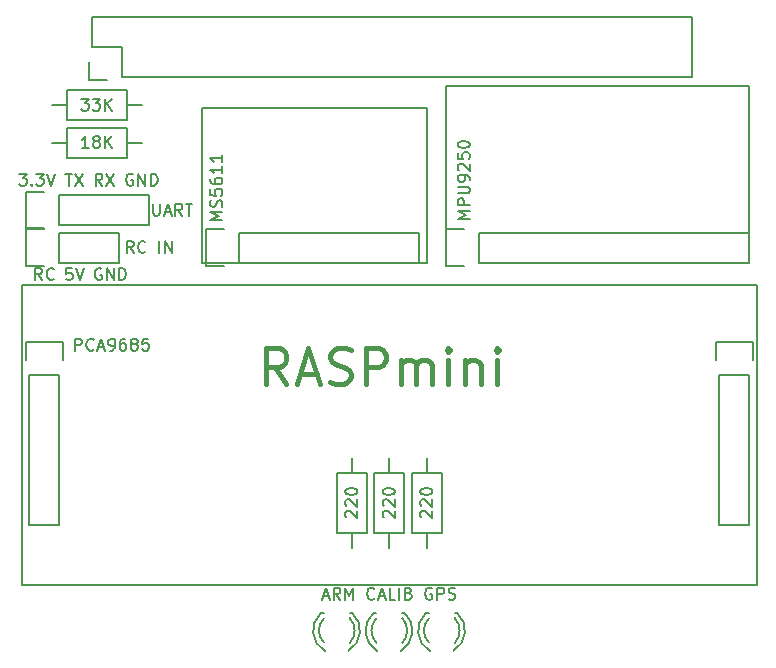
<source format=gto>
G04 #@! TF.FileFunction,Legend,Top*
%FSLAX46Y46*%
G04 Gerber Fmt 4.6, Leading zero omitted, Abs format (unit mm)*
G04 Created by KiCad (PCBNEW 4.0.4-stable) date 10/20/16 10:06:23*
%MOMM*%
%LPD*%
G01*
G04 APERTURE LIST*
%ADD10C,0.100000*%
%ADD11C,0.400000*%
%ADD12C,0.150000*%
G04 APERTURE END LIST*
D10*
D11*
X134803571Y-67397143D02*
X133803571Y-65968571D01*
X133089286Y-67397143D02*
X133089286Y-64397143D01*
X134232143Y-64397143D01*
X134517857Y-64540000D01*
X134660714Y-64682857D01*
X134803571Y-64968571D01*
X134803571Y-65397143D01*
X134660714Y-65682857D01*
X134517857Y-65825714D01*
X134232143Y-65968571D01*
X133089286Y-65968571D01*
X135946429Y-66540000D02*
X137375000Y-66540000D01*
X135660714Y-67397143D02*
X136660714Y-64397143D01*
X137660714Y-67397143D01*
X138517858Y-67254286D02*
X138946429Y-67397143D01*
X139660715Y-67397143D01*
X139946429Y-67254286D01*
X140089286Y-67111429D01*
X140232143Y-66825714D01*
X140232143Y-66540000D01*
X140089286Y-66254286D01*
X139946429Y-66111429D01*
X139660715Y-65968571D01*
X139089286Y-65825714D01*
X138803572Y-65682857D01*
X138660715Y-65540000D01*
X138517858Y-65254286D01*
X138517858Y-64968571D01*
X138660715Y-64682857D01*
X138803572Y-64540000D01*
X139089286Y-64397143D01*
X139803572Y-64397143D01*
X140232143Y-64540000D01*
X141517858Y-67397143D02*
X141517858Y-64397143D01*
X142660715Y-64397143D01*
X142946429Y-64540000D01*
X143089286Y-64682857D01*
X143232143Y-64968571D01*
X143232143Y-65397143D01*
X143089286Y-65682857D01*
X142946429Y-65825714D01*
X142660715Y-65968571D01*
X141517858Y-65968571D01*
X144517858Y-67397143D02*
X144517858Y-65397143D01*
X144517858Y-65682857D02*
X144660715Y-65540000D01*
X144946429Y-65397143D01*
X145375001Y-65397143D01*
X145660715Y-65540000D01*
X145803572Y-65825714D01*
X145803572Y-67397143D01*
X145803572Y-65825714D02*
X145946429Y-65540000D01*
X146232143Y-65397143D01*
X146660715Y-65397143D01*
X146946429Y-65540000D01*
X147089286Y-65825714D01*
X147089286Y-67397143D01*
X148517858Y-67397143D02*
X148517858Y-65397143D01*
X148517858Y-64397143D02*
X148375001Y-64540000D01*
X148517858Y-64682857D01*
X148660715Y-64540000D01*
X148517858Y-64397143D01*
X148517858Y-64682857D01*
X149946429Y-65397143D02*
X149946429Y-67397143D01*
X149946429Y-65682857D02*
X150089286Y-65540000D01*
X150375000Y-65397143D01*
X150803572Y-65397143D01*
X151089286Y-65540000D01*
X151232143Y-65825714D01*
X151232143Y-67397143D01*
X152660715Y-67397143D02*
X152660715Y-65397143D01*
X152660715Y-64397143D02*
X152517858Y-64540000D01*
X152660715Y-64682857D01*
X152803572Y-64540000D01*
X152660715Y-64397143D01*
X152660715Y-64682857D01*
D12*
X114109524Y-58618381D02*
X113776190Y-58142190D01*
X113538095Y-58618381D02*
X113538095Y-57618381D01*
X113919048Y-57618381D01*
X114014286Y-57666000D01*
X114061905Y-57713619D01*
X114109524Y-57808857D01*
X114109524Y-57951714D01*
X114061905Y-58046952D01*
X114014286Y-58094571D01*
X113919048Y-58142190D01*
X113538095Y-58142190D01*
X115109524Y-58523143D02*
X115061905Y-58570762D01*
X114919048Y-58618381D01*
X114823810Y-58618381D01*
X114680952Y-58570762D01*
X114585714Y-58475524D01*
X114538095Y-58380286D01*
X114490476Y-58189810D01*
X114490476Y-58046952D01*
X114538095Y-57856476D01*
X114585714Y-57761238D01*
X114680952Y-57666000D01*
X114823810Y-57618381D01*
X114919048Y-57618381D01*
X115061905Y-57666000D01*
X115109524Y-57713619D01*
X116649524Y-57618381D02*
X116173333Y-57618381D01*
X116125714Y-58094571D01*
X116173333Y-58046952D01*
X116268571Y-57999333D01*
X116506667Y-57999333D01*
X116601905Y-58046952D01*
X116649524Y-58094571D01*
X116697143Y-58189810D01*
X116697143Y-58427905D01*
X116649524Y-58523143D01*
X116601905Y-58570762D01*
X116506667Y-58618381D01*
X116268571Y-58618381D01*
X116173333Y-58570762D01*
X116125714Y-58523143D01*
X116982857Y-57618381D02*
X117316190Y-58618381D01*
X117649524Y-57618381D01*
X119126096Y-57666000D02*
X119030858Y-57618381D01*
X118888001Y-57618381D01*
X118745143Y-57666000D01*
X118649905Y-57761238D01*
X118602286Y-57856476D01*
X118554667Y-58046952D01*
X118554667Y-58189810D01*
X118602286Y-58380286D01*
X118649905Y-58475524D01*
X118745143Y-58570762D01*
X118888001Y-58618381D01*
X118983239Y-58618381D01*
X119126096Y-58570762D01*
X119173715Y-58523143D01*
X119173715Y-58189810D01*
X118983239Y-58189810D01*
X119602286Y-58618381D02*
X119602286Y-57618381D01*
X120173715Y-58618381D01*
X120173715Y-57618381D01*
X120649905Y-58618381D02*
X120649905Y-57618381D01*
X120888000Y-57618381D01*
X121030858Y-57666000D01*
X121126096Y-57761238D01*
X121173715Y-57856476D01*
X121221334Y-58046952D01*
X121221334Y-58189810D01*
X121173715Y-58380286D01*
X121126096Y-58475524D01*
X121030858Y-58570762D01*
X120888000Y-58618381D01*
X120649905Y-58618381D01*
X121793096Y-49665000D02*
X121697858Y-49617381D01*
X121555001Y-49617381D01*
X121412143Y-49665000D01*
X121316905Y-49760238D01*
X121269286Y-49855476D01*
X121221667Y-50045952D01*
X121221667Y-50188810D01*
X121269286Y-50379286D01*
X121316905Y-50474524D01*
X121412143Y-50569762D01*
X121555001Y-50617381D01*
X121650239Y-50617381D01*
X121793096Y-50569762D01*
X121840715Y-50522143D01*
X121840715Y-50188810D01*
X121650239Y-50188810D01*
X122269286Y-50617381D02*
X122269286Y-49617381D01*
X122840715Y-50617381D01*
X122840715Y-49617381D01*
X123316905Y-50617381D02*
X123316905Y-49617381D01*
X123555000Y-49617381D01*
X123697858Y-49665000D01*
X123793096Y-49760238D01*
X123840715Y-49855476D01*
X123888334Y-50045952D01*
X123888334Y-50188810D01*
X123840715Y-50379286D01*
X123793096Y-50474524D01*
X123697858Y-50569762D01*
X123555000Y-50617381D01*
X123316905Y-50617381D01*
X119213334Y-50617381D02*
X118880000Y-50141190D01*
X118641905Y-50617381D02*
X118641905Y-49617381D01*
X119022858Y-49617381D01*
X119118096Y-49665000D01*
X119165715Y-49712619D01*
X119213334Y-49807857D01*
X119213334Y-49950714D01*
X119165715Y-50045952D01*
X119118096Y-50093571D01*
X119022858Y-50141190D01*
X118641905Y-50141190D01*
X119546667Y-49617381D02*
X120213334Y-50617381D01*
X120213334Y-49617381D02*
X119546667Y-50617381D01*
X116078095Y-49617381D02*
X116649524Y-49617381D01*
X116363809Y-50617381D02*
X116363809Y-49617381D01*
X116887619Y-49617381D02*
X117554286Y-50617381D01*
X117554286Y-49617381D02*
X116887619Y-50617381D01*
X112188810Y-49617381D02*
X112807858Y-49617381D01*
X112474524Y-49998333D01*
X112617382Y-49998333D01*
X112712620Y-50045952D01*
X112760239Y-50093571D01*
X112807858Y-50188810D01*
X112807858Y-50426905D01*
X112760239Y-50522143D01*
X112712620Y-50569762D01*
X112617382Y-50617381D01*
X112331667Y-50617381D01*
X112236429Y-50569762D01*
X112188810Y-50522143D01*
X113236429Y-50522143D02*
X113284048Y-50569762D01*
X113236429Y-50617381D01*
X113188810Y-50569762D01*
X113236429Y-50522143D01*
X113236429Y-50617381D01*
X113617381Y-49617381D02*
X114236429Y-49617381D01*
X113903095Y-49998333D01*
X114045953Y-49998333D01*
X114141191Y-50045952D01*
X114188810Y-50093571D01*
X114236429Y-50188810D01*
X114236429Y-50426905D01*
X114188810Y-50522143D01*
X114141191Y-50569762D01*
X114045953Y-50617381D01*
X113760238Y-50617381D01*
X113665000Y-50569762D01*
X113617381Y-50522143D01*
X114522143Y-49617381D02*
X114855476Y-50617381D01*
X115188810Y-49617381D01*
X169164000Y-36322000D02*
X118364000Y-36322000D01*
X120904000Y-41402000D02*
X169164000Y-41402000D01*
X169164000Y-36322000D02*
X169164000Y-41402000D01*
X118364000Y-36322000D02*
X118364000Y-38862000D01*
X118084000Y-40132000D02*
X118084000Y-41682000D01*
X118364000Y-38862000D02*
X120904000Y-38862000D01*
X120904000Y-38862000D02*
X120904000Y-41402000D01*
X118084000Y-41682000D02*
X119634000Y-41682000D01*
X139065000Y-80010000D02*
X139065000Y-74930000D01*
X139065000Y-74930000D02*
X141605000Y-74930000D01*
X141605000Y-74930000D02*
X141605000Y-80010000D01*
X141605000Y-80010000D02*
X139065000Y-80010000D01*
X140335000Y-80010000D02*
X140335000Y-81280000D01*
X140335000Y-74930000D02*
X140335000Y-73660000D01*
X115570000Y-53975000D02*
X123190000Y-53975000D01*
X115570000Y-51435000D02*
X123190000Y-51435000D01*
X112750000Y-51155000D02*
X114300000Y-51155000D01*
X123190000Y-53975000D02*
X123190000Y-51435000D01*
X115570000Y-51435000D02*
X115570000Y-53975000D01*
X114300000Y-54255000D02*
X112750000Y-54255000D01*
X112750000Y-54255000D02*
X112750000Y-51155000D01*
X115570000Y-57150000D02*
X120650000Y-57150000D01*
X120650000Y-57150000D02*
X120650000Y-54610000D01*
X120650000Y-54610000D02*
X115570000Y-54610000D01*
X112750000Y-54330000D02*
X114300000Y-54330000D01*
X115570000Y-54610000D02*
X115570000Y-57150000D01*
X114300000Y-57430000D02*
X112750000Y-57430000D01*
X112750000Y-57430000D02*
X112750000Y-54330000D01*
X137751000Y-86796000D02*
X137951000Y-86796000D01*
X140345000Y-86796000D02*
X140165000Y-86796000D01*
X140034643Y-90023744D02*
G75*
G03X140351000Y-86796000I-1003643J1727744D01*
G01*
X140164068Y-89348006D02*
G75*
G03X140165000Y-87245000I-1133068J1052006D01*
G01*
X137724274Y-86808780D02*
G75*
G03X138071000Y-90046000I1306726J-1497220D01*
G01*
X137951747Y-87282111D02*
G75*
G03X137971000Y-89330000I1079253J-1013889D01*
G01*
X142196000Y-86796000D02*
X142396000Y-86796000D01*
X144790000Y-86796000D02*
X144610000Y-86796000D01*
X144479643Y-90023744D02*
G75*
G03X144796000Y-86796000I-1003643J1727744D01*
G01*
X144609068Y-89348006D02*
G75*
G03X144610000Y-87245000I-1133068J1052006D01*
G01*
X142169274Y-86808780D02*
G75*
G03X142516000Y-90046000I1306726J-1497220D01*
G01*
X142396747Y-87282111D02*
G75*
G03X142416000Y-89330000I1079253J-1013889D01*
G01*
X146641000Y-86796000D02*
X146841000Y-86796000D01*
X149235000Y-86796000D02*
X149055000Y-86796000D01*
X148924643Y-90023744D02*
G75*
G03X149241000Y-86796000I-1003643J1727744D01*
G01*
X149054068Y-89348006D02*
G75*
G03X149055000Y-87245000I-1133068J1052006D01*
G01*
X146614274Y-86808780D02*
G75*
G03X146961000Y-90046000I1306726J-1497220D01*
G01*
X146841747Y-87282111D02*
G75*
G03X146861000Y-89330000I1079253J-1013889D01*
G01*
X142240000Y-80010000D02*
X142240000Y-74930000D01*
X142240000Y-74930000D02*
X144780000Y-74930000D01*
X144780000Y-74930000D02*
X144780000Y-80010000D01*
X144780000Y-80010000D02*
X142240000Y-80010000D01*
X143510000Y-80010000D02*
X143510000Y-81280000D01*
X143510000Y-74930000D02*
X143510000Y-73660000D01*
X145415000Y-80010000D02*
X145415000Y-74930000D01*
X145415000Y-74930000D02*
X147955000Y-74930000D01*
X147955000Y-74930000D02*
X147955000Y-80010000D01*
X147955000Y-80010000D02*
X145415000Y-80010000D01*
X146685000Y-80010000D02*
X146685000Y-81280000D01*
X146685000Y-74930000D02*
X146685000Y-73660000D01*
X116205000Y-45720000D02*
X121285000Y-45720000D01*
X121285000Y-45720000D02*
X121285000Y-48260000D01*
X121285000Y-48260000D02*
X116205000Y-48260000D01*
X116205000Y-48260000D02*
X116205000Y-45720000D01*
X116205000Y-46990000D02*
X114935000Y-46990000D01*
X121285000Y-46990000D02*
X122555000Y-46990000D01*
X121285000Y-45085000D02*
X116205000Y-45085000D01*
X116205000Y-45085000D02*
X116205000Y-42545000D01*
X116205000Y-42545000D02*
X121285000Y-42545000D01*
X121285000Y-42545000D02*
X121285000Y-45085000D01*
X121285000Y-43815000D02*
X122555000Y-43815000D01*
X116205000Y-43815000D02*
X114935000Y-43815000D01*
X112750000Y-63855000D02*
X115850000Y-63855000D01*
X112750000Y-65405000D02*
X112750000Y-63855000D01*
X115570000Y-66675000D02*
X113030000Y-66675000D01*
X115850000Y-63855000D02*
X115850000Y-65405000D01*
X113030000Y-79375000D02*
X113030000Y-66675000D01*
X115570000Y-79375000D02*
X113030000Y-79375000D01*
X115570000Y-66675000D02*
X115570000Y-79375000D01*
X115570000Y-79375000D02*
X113030000Y-79375000D01*
X113030000Y-79375000D02*
X113030000Y-66675000D01*
X115850000Y-63855000D02*
X115850000Y-65405000D01*
X115570000Y-66675000D02*
X113030000Y-66675000D01*
X112750000Y-65405000D02*
X112750000Y-63855000D01*
X112750000Y-63855000D02*
X115850000Y-63855000D01*
X112750000Y-63855000D02*
X115850000Y-63855000D01*
X112750000Y-65405000D02*
X112750000Y-63855000D01*
X115570000Y-66675000D02*
X113030000Y-66675000D01*
X115850000Y-63855000D02*
X115850000Y-65405000D01*
X113030000Y-79375000D02*
X113030000Y-66675000D01*
X115570000Y-79375000D02*
X113030000Y-79375000D01*
X115570000Y-66675000D02*
X115570000Y-79375000D01*
X115570000Y-79375000D02*
X113030000Y-79375000D01*
X113030000Y-79375000D02*
X113030000Y-66675000D01*
X115850000Y-63855000D02*
X115850000Y-65405000D01*
X115570000Y-66675000D02*
X113030000Y-66675000D01*
X112750000Y-65405000D02*
X112750000Y-63855000D01*
X112750000Y-63855000D02*
X115850000Y-63855000D01*
X171170000Y-63855000D02*
X174270000Y-63855000D01*
X171170000Y-65405000D02*
X171170000Y-63855000D01*
X173990000Y-66675000D02*
X171450000Y-66675000D01*
X174270000Y-63855000D02*
X174270000Y-65405000D01*
X171450000Y-79375000D02*
X171450000Y-66675000D01*
X173990000Y-79375000D02*
X171450000Y-79375000D01*
X173990000Y-66675000D02*
X173990000Y-79375000D01*
X173990000Y-79375000D02*
X171450000Y-79375000D01*
X171450000Y-79375000D02*
X171450000Y-66675000D01*
X174270000Y-63855000D02*
X174270000Y-65405000D01*
X173990000Y-66675000D02*
X171450000Y-66675000D01*
X171170000Y-65405000D02*
X171170000Y-63855000D01*
X171170000Y-63855000D02*
X174270000Y-63855000D01*
X171170000Y-63855000D02*
X174270000Y-63855000D01*
X171170000Y-65405000D02*
X171170000Y-63855000D01*
X173990000Y-66675000D02*
X171450000Y-66675000D01*
X174270000Y-63855000D02*
X174270000Y-65405000D01*
X171450000Y-79375000D02*
X171450000Y-66675000D01*
X173990000Y-79375000D02*
X171450000Y-79375000D01*
X173990000Y-66675000D02*
X173990000Y-79375000D01*
X173990000Y-79375000D02*
X171450000Y-79375000D01*
X171450000Y-79375000D02*
X171450000Y-66675000D01*
X174270000Y-63855000D02*
X174270000Y-65405000D01*
X173990000Y-66675000D02*
X171450000Y-66675000D01*
X171170000Y-65405000D02*
X171170000Y-63855000D01*
X171170000Y-63855000D02*
X174270000Y-63855000D01*
X112395000Y-59055000D02*
X174625000Y-59055000D01*
X174625000Y-59055000D02*
X174625000Y-84455000D01*
X174625000Y-84455000D02*
X112395000Y-84455000D01*
X112395000Y-84455000D02*
X112395000Y-59055000D01*
X127635000Y-57150000D02*
X127635000Y-44069000D01*
X146685000Y-57150000D02*
X146685000Y-44069000D01*
X127635000Y-44069000D02*
X146685000Y-44069000D01*
X146685000Y-57150000D02*
X127635000Y-57150000D01*
X130810000Y-54610000D02*
X146050000Y-54610000D01*
X146050000Y-54610000D02*
X146050000Y-57150000D01*
X146050000Y-57150000D02*
X130810000Y-57150000D01*
X127990000Y-54330000D02*
X129540000Y-54330000D01*
X130810000Y-54610000D02*
X130810000Y-57150000D01*
X129540000Y-57430000D02*
X127990000Y-57430000D01*
X127990000Y-57430000D02*
X127990000Y-54330000D01*
X173990000Y-42164000D02*
X173990000Y-57150000D01*
X148336000Y-42164000D02*
X148336000Y-57150000D01*
X148336000Y-42164000D02*
X173990000Y-42164000D01*
X151130000Y-54610000D02*
X173990000Y-54610000D01*
X173990000Y-54610000D02*
X173990000Y-57150000D01*
X173990000Y-57150000D02*
X151130000Y-57150000D01*
X148310000Y-54330000D02*
X149860000Y-54330000D01*
X151130000Y-54610000D02*
X151130000Y-57150000D01*
X149860000Y-57430000D02*
X148310000Y-57430000D01*
X148310000Y-57430000D02*
X148310000Y-54330000D01*
X139882619Y-78708095D02*
X139835000Y-78660476D01*
X139787381Y-78565238D01*
X139787381Y-78327142D01*
X139835000Y-78231904D01*
X139882619Y-78184285D01*
X139977857Y-78136666D01*
X140073095Y-78136666D01*
X140215952Y-78184285D01*
X140787381Y-78755714D01*
X140787381Y-78136666D01*
X139882619Y-77755714D02*
X139835000Y-77708095D01*
X139787381Y-77612857D01*
X139787381Y-77374761D01*
X139835000Y-77279523D01*
X139882619Y-77231904D01*
X139977857Y-77184285D01*
X140073095Y-77184285D01*
X140215952Y-77231904D01*
X140787381Y-77803333D01*
X140787381Y-77184285D01*
X139787381Y-76565238D02*
X139787381Y-76469999D01*
X139835000Y-76374761D01*
X139882619Y-76327142D01*
X139977857Y-76279523D01*
X140168333Y-76231904D01*
X140406429Y-76231904D01*
X140596905Y-76279523D01*
X140692143Y-76327142D01*
X140739762Y-76374761D01*
X140787381Y-76469999D01*
X140787381Y-76565238D01*
X140739762Y-76660476D01*
X140692143Y-76708095D01*
X140596905Y-76755714D01*
X140406429Y-76803333D01*
X140168333Y-76803333D01*
X139977857Y-76755714D01*
X139882619Y-76708095D01*
X139835000Y-76660476D01*
X139787381Y-76565238D01*
X123499762Y-52157381D02*
X123499762Y-52966905D01*
X123547381Y-53062143D01*
X123595000Y-53109762D01*
X123690238Y-53157381D01*
X123880715Y-53157381D01*
X123975953Y-53109762D01*
X124023572Y-53062143D01*
X124071191Y-52966905D01*
X124071191Y-52157381D01*
X124499762Y-52871667D02*
X124975953Y-52871667D01*
X124404524Y-53157381D02*
X124737857Y-52157381D01*
X125071191Y-53157381D01*
X125975953Y-53157381D02*
X125642619Y-52681190D01*
X125404524Y-53157381D02*
X125404524Y-52157381D01*
X125785477Y-52157381D01*
X125880715Y-52205000D01*
X125928334Y-52252619D01*
X125975953Y-52347857D01*
X125975953Y-52490714D01*
X125928334Y-52585952D01*
X125880715Y-52633571D01*
X125785477Y-52681190D01*
X125404524Y-52681190D01*
X126261667Y-52157381D02*
X126833096Y-52157381D01*
X126547381Y-53157381D02*
X126547381Y-52157381D01*
X121856667Y-56332381D02*
X121523333Y-55856190D01*
X121285238Y-56332381D02*
X121285238Y-55332381D01*
X121666191Y-55332381D01*
X121761429Y-55380000D01*
X121809048Y-55427619D01*
X121856667Y-55522857D01*
X121856667Y-55665714D01*
X121809048Y-55760952D01*
X121761429Y-55808571D01*
X121666191Y-55856190D01*
X121285238Y-55856190D01*
X122856667Y-56237143D02*
X122809048Y-56284762D01*
X122666191Y-56332381D01*
X122570953Y-56332381D01*
X122428095Y-56284762D01*
X122332857Y-56189524D01*
X122285238Y-56094286D01*
X122237619Y-55903810D01*
X122237619Y-55760952D01*
X122285238Y-55570476D01*
X122332857Y-55475238D01*
X122428095Y-55380000D01*
X122570953Y-55332381D01*
X122666191Y-55332381D01*
X122809048Y-55380000D01*
X122856667Y-55427619D01*
X124047143Y-56332381D02*
X124047143Y-55332381D01*
X124523333Y-56332381D02*
X124523333Y-55332381D01*
X125094762Y-56332381D01*
X125094762Y-55332381D01*
X137882476Y-85383667D02*
X138358667Y-85383667D01*
X137787238Y-85669381D02*
X138120571Y-84669381D01*
X138453905Y-85669381D01*
X139358667Y-85669381D02*
X139025333Y-85193190D01*
X138787238Y-85669381D02*
X138787238Y-84669381D01*
X139168191Y-84669381D01*
X139263429Y-84717000D01*
X139311048Y-84764619D01*
X139358667Y-84859857D01*
X139358667Y-85002714D01*
X139311048Y-85097952D01*
X139263429Y-85145571D01*
X139168191Y-85193190D01*
X138787238Y-85193190D01*
X139787238Y-85669381D02*
X139787238Y-84669381D01*
X140120572Y-85383667D01*
X140453905Y-84669381D01*
X140453905Y-85669381D01*
X142248096Y-85574143D02*
X142200477Y-85621762D01*
X142057620Y-85669381D01*
X141962382Y-85669381D01*
X141819524Y-85621762D01*
X141724286Y-85526524D01*
X141676667Y-85431286D01*
X141629048Y-85240810D01*
X141629048Y-85097952D01*
X141676667Y-84907476D01*
X141724286Y-84812238D01*
X141819524Y-84717000D01*
X141962382Y-84669381D01*
X142057620Y-84669381D01*
X142200477Y-84717000D01*
X142248096Y-84764619D01*
X142629048Y-85383667D02*
X143105239Y-85383667D01*
X142533810Y-85669381D02*
X142867143Y-84669381D01*
X143200477Y-85669381D01*
X144010001Y-85669381D02*
X143533810Y-85669381D01*
X143533810Y-84669381D01*
X144343334Y-85669381D02*
X144343334Y-84669381D01*
X145152858Y-85145571D02*
X145295715Y-85193190D01*
X145343334Y-85240810D01*
X145390953Y-85336048D01*
X145390953Y-85478905D01*
X145343334Y-85574143D01*
X145295715Y-85621762D01*
X145200477Y-85669381D01*
X144819524Y-85669381D01*
X144819524Y-84669381D01*
X145152858Y-84669381D01*
X145248096Y-84717000D01*
X145295715Y-84764619D01*
X145343334Y-84859857D01*
X145343334Y-84955095D01*
X145295715Y-85050333D01*
X145248096Y-85097952D01*
X145152858Y-85145571D01*
X144819524Y-85145571D01*
X147113715Y-84717000D02*
X147018477Y-84669381D01*
X146875620Y-84669381D01*
X146732762Y-84717000D01*
X146637524Y-84812238D01*
X146589905Y-84907476D01*
X146542286Y-85097952D01*
X146542286Y-85240810D01*
X146589905Y-85431286D01*
X146637524Y-85526524D01*
X146732762Y-85621762D01*
X146875620Y-85669381D01*
X146970858Y-85669381D01*
X147113715Y-85621762D01*
X147161334Y-85574143D01*
X147161334Y-85240810D01*
X146970858Y-85240810D01*
X147589905Y-85669381D02*
X147589905Y-84669381D01*
X147970858Y-84669381D01*
X148066096Y-84717000D01*
X148113715Y-84764619D01*
X148161334Y-84859857D01*
X148161334Y-85002714D01*
X148113715Y-85097952D01*
X148066096Y-85145571D01*
X147970858Y-85193190D01*
X147589905Y-85193190D01*
X148542286Y-85621762D02*
X148685143Y-85669381D01*
X148923239Y-85669381D01*
X149018477Y-85621762D01*
X149066096Y-85574143D01*
X149113715Y-85478905D01*
X149113715Y-85383667D01*
X149066096Y-85288429D01*
X149018477Y-85240810D01*
X148923239Y-85193190D01*
X148732762Y-85145571D01*
X148637524Y-85097952D01*
X148589905Y-85050333D01*
X148542286Y-84955095D01*
X148542286Y-84859857D01*
X148589905Y-84764619D01*
X148637524Y-84717000D01*
X148732762Y-84669381D01*
X148970858Y-84669381D01*
X149113715Y-84717000D01*
X143057619Y-78708095D02*
X143010000Y-78660476D01*
X142962381Y-78565238D01*
X142962381Y-78327142D01*
X143010000Y-78231904D01*
X143057619Y-78184285D01*
X143152857Y-78136666D01*
X143248095Y-78136666D01*
X143390952Y-78184285D01*
X143962381Y-78755714D01*
X143962381Y-78136666D01*
X143057619Y-77755714D02*
X143010000Y-77708095D01*
X142962381Y-77612857D01*
X142962381Y-77374761D01*
X143010000Y-77279523D01*
X143057619Y-77231904D01*
X143152857Y-77184285D01*
X143248095Y-77184285D01*
X143390952Y-77231904D01*
X143962381Y-77803333D01*
X143962381Y-77184285D01*
X142962381Y-76565238D02*
X142962381Y-76469999D01*
X143010000Y-76374761D01*
X143057619Y-76327142D01*
X143152857Y-76279523D01*
X143343333Y-76231904D01*
X143581429Y-76231904D01*
X143771905Y-76279523D01*
X143867143Y-76327142D01*
X143914762Y-76374761D01*
X143962381Y-76469999D01*
X143962381Y-76565238D01*
X143914762Y-76660476D01*
X143867143Y-76708095D01*
X143771905Y-76755714D01*
X143581429Y-76803333D01*
X143343333Y-76803333D01*
X143152857Y-76755714D01*
X143057619Y-76708095D01*
X143010000Y-76660476D01*
X142962381Y-76565238D01*
X146232619Y-78708095D02*
X146185000Y-78660476D01*
X146137381Y-78565238D01*
X146137381Y-78327142D01*
X146185000Y-78231904D01*
X146232619Y-78184285D01*
X146327857Y-78136666D01*
X146423095Y-78136666D01*
X146565952Y-78184285D01*
X147137381Y-78755714D01*
X147137381Y-78136666D01*
X146232619Y-77755714D02*
X146185000Y-77708095D01*
X146137381Y-77612857D01*
X146137381Y-77374761D01*
X146185000Y-77279523D01*
X146232619Y-77231904D01*
X146327857Y-77184285D01*
X146423095Y-77184285D01*
X146565952Y-77231904D01*
X147137381Y-77803333D01*
X147137381Y-77184285D01*
X146137381Y-76565238D02*
X146137381Y-76469999D01*
X146185000Y-76374761D01*
X146232619Y-76327142D01*
X146327857Y-76279523D01*
X146518333Y-76231904D01*
X146756429Y-76231904D01*
X146946905Y-76279523D01*
X147042143Y-76327142D01*
X147089762Y-76374761D01*
X147137381Y-76469999D01*
X147137381Y-76565238D01*
X147089762Y-76660476D01*
X147042143Y-76708095D01*
X146946905Y-76755714D01*
X146756429Y-76803333D01*
X146518333Y-76803333D01*
X146327857Y-76755714D01*
X146232619Y-76708095D01*
X146185000Y-76660476D01*
X146137381Y-76565238D01*
X118054524Y-47442381D02*
X117483095Y-47442381D01*
X117768809Y-47442381D02*
X117768809Y-46442381D01*
X117673571Y-46585238D01*
X117578333Y-46680476D01*
X117483095Y-46728095D01*
X118625952Y-46870952D02*
X118530714Y-46823333D01*
X118483095Y-46775714D01*
X118435476Y-46680476D01*
X118435476Y-46632857D01*
X118483095Y-46537619D01*
X118530714Y-46490000D01*
X118625952Y-46442381D01*
X118816429Y-46442381D01*
X118911667Y-46490000D01*
X118959286Y-46537619D01*
X119006905Y-46632857D01*
X119006905Y-46680476D01*
X118959286Y-46775714D01*
X118911667Y-46823333D01*
X118816429Y-46870952D01*
X118625952Y-46870952D01*
X118530714Y-46918571D01*
X118483095Y-46966190D01*
X118435476Y-47061429D01*
X118435476Y-47251905D01*
X118483095Y-47347143D01*
X118530714Y-47394762D01*
X118625952Y-47442381D01*
X118816429Y-47442381D01*
X118911667Y-47394762D01*
X118959286Y-47347143D01*
X119006905Y-47251905D01*
X119006905Y-47061429D01*
X118959286Y-46966190D01*
X118911667Y-46918571D01*
X118816429Y-46870952D01*
X119435476Y-47442381D02*
X119435476Y-46442381D01*
X120006905Y-47442381D02*
X119578333Y-46870952D01*
X120006905Y-46442381D02*
X119435476Y-47013810D01*
X117435476Y-43267381D02*
X118054524Y-43267381D01*
X117721190Y-43648333D01*
X117864048Y-43648333D01*
X117959286Y-43695952D01*
X118006905Y-43743571D01*
X118054524Y-43838810D01*
X118054524Y-44076905D01*
X118006905Y-44172143D01*
X117959286Y-44219762D01*
X117864048Y-44267381D01*
X117578333Y-44267381D01*
X117483095Y-44219762D01*
X117435476Y-44172143D01*
X118387857Y-43267381D02*
X119006905Y-43267381D01*
X118673571Y-43648333D01*
X118816429Y-43648333D01*
X118911667Y-43695952D01*
X118959286Y-43743571D01*
X119006905Y-43838810D01*
X119006905Y-44076905D01*
X118959286Y-44172143D01*
X118911667Y-44219762D01*
X118816429Y-44267381D01*
X118530714Y-44267381D01*
X118435476Y-44219762D01*
X118387857Y-44172143D01*
X119435476Y-44267381D02*
X119435476Y-43267381D01*
X120006905Y-44267381D02*
X119578333Y-43695952D01*
X120006905Y-43267381D02*
X119435476Y-43838810D01*
X116919762Y-64587381D02*
X116919762Y-63587381D01*
X117300715Y-63587381D01*
X117395953Y-63635000D01*
X117443572Y-63682619D01*
X117491191Y-63777857D01*
X117491191Y-63920714D01*
X117443572Y-64015952D01*
X117395953Y-64063571D01*
X117300715Y-64111190D01*
X116919762Y-64111190D01*
X118491191Y-64492143D02*
X118443572Y-64539762D01*
X118300715Y-64587381D01*
X118205477Y-64587381D01*
X118062619Y-64539762D01*
X117967381Y-64444524D01*
X117919762Y-64349286D01*
X117872143Y-64158810D01*
X117872143Y-64015952D01*
X117919762Y-63825476D01*
X117967381Y-63730238D01*
X118062619Y-63635000D01*
X118205477Y-63587381D01*
X118300715Y-63587381D01*
X118443572Y-63635000D01*
X118491191Y-63682619D01*
X118872143Y-64301667D02*
X119348334Y-64301667D01*
X118776905Y-64587381D02*
X119110238Y-63587381D01*
X119443572Y-64587381D01*
X119824524Y-64587381D02*
X120015000Y-64587381D01*
X120110239Y-64539762D01*
X120157858Y-64492143D01*
X120253096Y-64349286D01*
X120300715Y-64158810D01*
X120300715Y-63777857D01*
X120253096Y-63682619D01*
X120205477Y-63635000D01*
X120110239Y-63587381D01*
X119919762Y-63587381D01*
X119824524Y-63635000D01*
X119776905Y-63682619D01*
X119729286Y-63777857D01*
X119729286Y-64015952D01*
X119776905Y-64111190D01*
X119824524Y-64158810D01*
X119919762Y-64206429D01*
X120110239Y-64206429D01*
X120205477Y-64158810D01*
X120253096Y-64111190D01*
X120300715Y-64015952D01*
X121157858Y-63587381D02*
X120967381Y-63587381D01*
X120872143Y-63635000D01*
X120824524Y-63682619D01*
X120729286Y-63825476D01*
X120681667Y-64015952D01*
X120681667Y-64396905D01*
X120729286Y-64492143D01*
X120776905Y-64539762D01*
X120872143Y-64587381D01*
X121062620Y-64587381D01*
X121157858Y-64539762D01*
X121205477Y-64492143D01*
X121253096Y-64396905D01*
X121253096Y-64158810D01*
X121205477Y-64063571D01*
X121157858Y-64015952D01*
X121062620Y-63968333D01*
X120872143Y-63968333D01*
X120776905Y-64015952D01*
X120729286Y-64063571D01*
X120681667Y-64158810D01*
X121824524Y-64015952D02*
X121729286Y-63968333D01*
X121681667Y-63920714D01*
X121634048Y-63825476D01*
X121634048Y-63777857D01*
X121681667Y-63682619D01*
X121729286Y-63635000D01*
X121824524Y-63587381D01*
X122015001Y-63587381D01*
X122110239Y-63635000D01*
X122157858Y-63682619D01*
X122205477Y-63777857D01*
X122205477Y-63825476D01*
X122157858Y-63920714D01*
X122110239Y-63968333D01*
X122015001Y-64015952D01*
X121824524Y-64015952D01*
X121729286Y-64063571D01*
X121681667Y-64111190D01*
X121634048Y-64206429D01*
X121634048Y-64396905D01*
X121681667Y-64492143D01*
X121729286Y-64539762D01*
X121824524Y-64587381D01*
X122015001Y-64587381D01*
X122110239Y-64539762D01*
X122157858Y-64492143D01*
X122205477Y-64396905D01*
X122205477Y-64206429D01*
X122157858Y-64111190D01*
X122110239Y-64063571D01*
X122015001Y-64015952D01*
X123110239Y-63587381D02*
X122634048Y-63587381D01*
X122586429Y-64063571D01*
X122634048Y-64015952D01*
X122729286Y-63968333D01*
X122967382Y-63968333D01*
X123062620Y-64015952D01*
X123110239Y-64063571D01*
X123157858Y-64158810D01*
X123157858Y-64396905D01*
X123110239Y-64492143D01*
X123062620Y-64539762D01*
X122967382Y-64587381D01*
X122729286Y-64587381D01*
X122634048Y-64539762D01*
X122586429Y-64492143D01*
X129357381Y-53514286D02*
X128357381Y-53514286D01*
X129071667Y-53180952D01*
X128357381Y-52847619D01*
X129357381Y-52847619D01*
X129309762Y-52419048D02*
X129357381Y-52276191D01*
X129357381Y-52038095D01*
X129309762Y-51942857D01*
X129262143Y-51895238D01*
X129166905Y-51847619D01*
X129071667Y-51847619D01*
X128976429Y-51895238D01*
X128928810Y-51942857D01*
X128881190Y-52038095D01*
X128833571Y-52228572D01*
X128785952Y-52323810D01*
X128738333Y-52371429D01*
X128643095Y-52419048D01*
X128547857Y-52419048D01*
X128452619Y-52371429D01*
X128405000Y-52323810D01*
X128357381Y-52228572D01*
X128357381Y-51990476D01*
X128405000Y-51847619D01*
X128357381Y-50942857D02*
X128357381Y-51419048D01*
X128833571Y-51466667D01*
X128785952Y-51419048D01*
X128738333Y-51323810D01*
X128738333Y-51085714D01*
X128785952Y-50990476D01*
X128833571Y-50942857D01*
X128928810Y-50895238D01*
X129166905Y-50895238D01*
X129262143Y-50942857D01*
X129309762Y-50990476D01*
X129357381Y-51085714D01*
X129357381Y-51323810D01*
X129309762Y-51419048D01*
X129262143Y-51466667D01*
X128357381Y-50038095D02*
X128357381Y-50228572D01*
X128405000Y-50323810D01*
X128452619Y-50371429D01*
X128595476Y-50466667D01*
X128785952Y-50514286D01*
X129166905Y-50514286D01*
X129262143Y-50466667D01*
X129309762Y-50419048D01*
X129357381Y-50323810D01*
X129357381Y-50133333D01*
X129309762Y-50038095D01*
X129262143Y-49990476D01*
X129166905Y-49942857D01*
X128928810Y-49942857D01*
X128833571Y-49990476D01*
X128785952Y-50038095D01*
X128738333Y-50133333D01*
X128738333Y-50323810D01*
X128785952Y-50419048D01*
X128833571Y-50466667D01*
X128928810Y-50514286D01*
X129357381Y-48990476D02*
X129357381Y-49561905D01*
X129357381Y-49276191D02*
X128357381Y-49276191D01*
X128500238Y-49371429D01*
X128595476Y-49466667D01*
X128643095Y-49561905D01*
X129357381Y-48038095D02*
X129357381Y-48609524D01*
X129357381Y-48323810D02*
X128357381Y-48323810D01*
X128500238Y-48419048D01*
X128595476Y-48514286D01*
X128643095Y-48609524D01*
X150312381Y-53426905D02*
X149312381Y-53426905D01*
X150026667Y-53093571D01*
X149312381Y-52760238D01*
X150312381Y-52760238D01*
X150312381Y-52284048D02*
X149312381Y-52284048D01*
X149312381Y-51903095D01*
X149360000Y-51807857D01*
X149407619Y-51760238D01*
X149502857Y-51712619D01*
X149645714Y-51712619D01*
X149740952Y-51760238D01*
X149788571Y-51807857D01*
X149836190Y-51903095D01*
X149836190Y-52284048D01*
X149312381Y-51284048D02*
X150121905Y-51284048D01*
X150217143Y-51236429D01*
X150264762Y-51188810D01*
X150312381Y-51093572D01*
X150312381Y-50903095D01*
X150264762Y-50807857D01*
X150217143Y-50760238D01*
X150121905Y-50712619D01*
X149312381Y-50712619D01*
X150312381Y-50188810D02*
X150312381Y-49998334D01*
X150264762Y-49903095D01*
X150217143Y-49855476D01*
X150074286Y-49760238D01*
X149883810Y-49712619D01*
X149502857Y-49712619D01*
X149407619Y-49760238D01*
X149360000Y-49807857D01*
X149312381Y-49903095D01*
X149312381Y-50093572D01*
X149360000Y-50188810D01*
X149407619Y-50236429D01*
X149502857Y-50284048D01*
X149740952Y-50284048D01*
X149836190Y-50236429D01*
X149883810Y-50188810D01*
X149931429Y-50093572D01*
X149931429Y-49903095D01*
X149883810Y-49807857D01*
X149836190Y-49760238D01*
X149740952Y-49712619D01*
X149407619Y-49331667D02*
X149360000Y-49284048D01*
X149312381Y-49188810D01*
X149312381Y-48950714D01*
X149360000Y-48855476D01*
X149407619Y-48807857D01*
X149502857Y-48760238D01*
X149598095Y-48760238D01*
X149740952Y-48807857D01*
X150312381Y-49379286D01*
X150312381Y-48760238D01*
X149312381Y-47855476D02*
X149312381Y-48331667D01*
X149788571Y-48379286D01*
X149740952Y-48331667D01*
X149693333Y-48236429D01*
X149693333Y-47998333D01*
X149740952Y-47903095D01*
X149788571Y-47855476D01*
X149883810Y-47807857D01*
X150121905Y-47807857D01*
X150217143Y-47855476D01*
X150264762Y-47903095D01*
X150312381Y-47998333D01*
X150312381Y-48236429D01*
X150264762Y-48331667D01*
X150217143Y-48379286D01*
X149312381Y-47188810D02*
X149312381Y-47093571D01*
X149360000Y-46998333D01*
X149407619Y-46950714D01*
X149502857Y-46903095D01*
X149693333Y-46855476D01*
X149931429Y-46855476D01*
X150121905Y-46903095D01*
X150217143Y-46950714D01*
X150264762Y-46998333D01*
X150312381Y-47093571D01*
X150312381Y-47188810D01*
X150264762Y-47284048D01*
X150217143Y-47331667D01*
X150121905Y-47379286D01*
X149931429Y-47426905D01*
X149693333Y-47426905D01*
X149502857Y-47379286D01*
X149407619Y-47331667D01*
X149360000Y-47284048D01*
X149312381Y-47188810D01*
M02*

</source>
